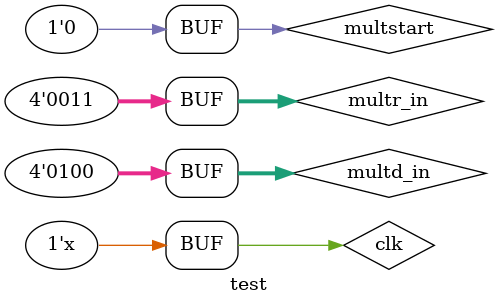
<source format=v>

module test;
reg 		 clk, multstart; 
reg  [3:0] multd_in, multr_in;
wire [3:0] result;

successive_addition_mult_4_bit i0 
//change the name of your upper module to 
// "successive_addition_mult_4_bit"
( 
	clk, 
	multstart, 
	multd_in, 
	multr_in, 
	result, 
	done 
);
//change the name of your upper module to 
// "successive_addition_mult_4_bit"

initial 
begin
	clk = 1;
	#6 //amount of delay to be introduced
	multstart=1; 
	multd_in = 4'd3;  //inputs to multiplier
	multr_in = 4'b0100;
	#20 //amount of delay to be introduced
		multstart = 0;
	#120
		multstart=1; 
		multd_in = 4'd4; 
		multr_in = 4'b0011;
	#20 
		multstart = 0;
		end

always #10 clk = ~clk;
endmodule 
</source>
